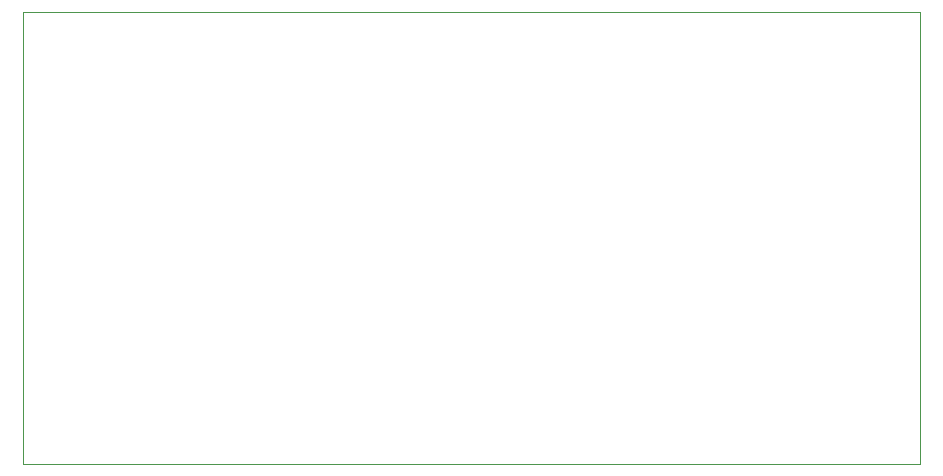
<source format=gbr>
%TF.GenerationSoftware,KiCad,Pcbnew,(6.0.0)*%
%TF.CreationDate,2023-10-14T17:08:09-04:00*%
%TF.ProjectId,Shield_Pins,53686965-6c64-45f5-9069-6e732e6b6963,rev?*%
%TF.SameCoordinates,Original*%
%TF.FileFunction,Profile,NP*%
%FSLAX46Y46*%
G04 Gerber Fmt 4.6, Leading zero omitted, Abs format (unit mm)*
G04 Created by KiCad (PCBNEW (6.0.0)) date 2023-10-14 17:08:09*
%MOMM*%
%LPD*%
G01*
G04 APERTURE LIST*
%TA.AperFunction,Profile*%
%ADD10C,0.100000*%
%TD*%
G04 APERTURE END LIST*
D10*
X89650000Y-70300000D02*
X165625000Y-70300000D01*
X165625000Y-70300000D02*
X165625000Y-108615000D01*
X165625000Y-108615000D02*
X89650000Y-108615000D01*
X89650000Y-108615000D02*
X89650000Y-70300000D01*
M02*

</source>
